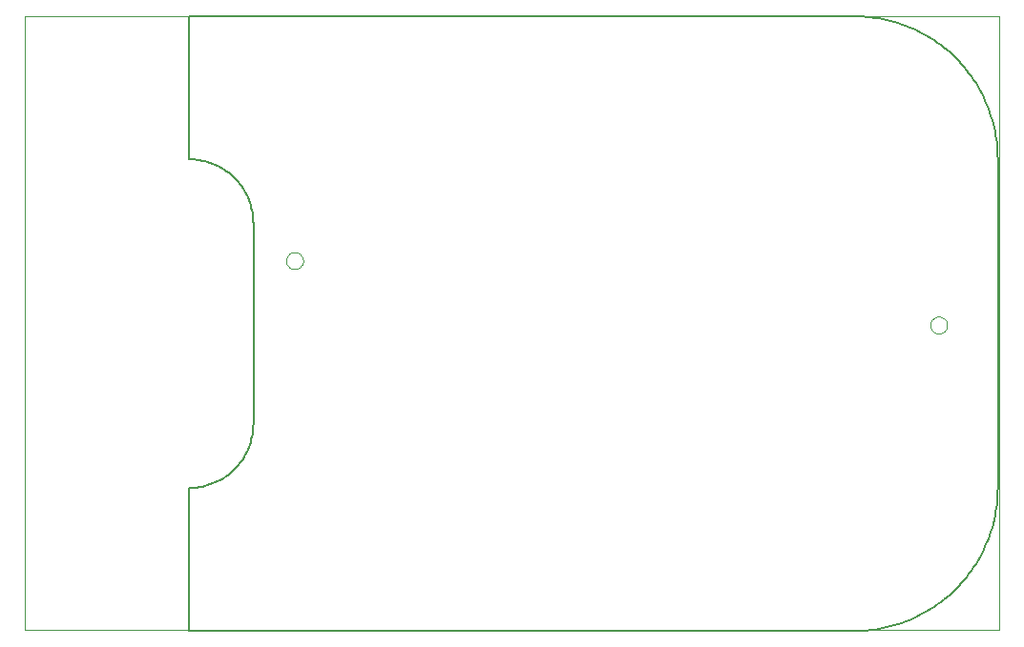
<source format=gm1>
G75*
%MOIN*%
%OFA0B0*%
%FSLAX24Y24*%
%IPPOS*%
%LPD*%
%AMOC8*
5,1,8,0,0,1.08239X$1,22.5*
%
%ADD10C,0.0000*%
%ADD11C,0.0050*%
D10*
X002503Y002897D02*
X002503Y024353D01*
X036558Y024353D01*
X036558Y002897D01*
X002503Y002897D01*
X011647Y015806D02*
X011649Y015840D01*
X011655Y015874D01*
X011665Y015907D01*
X011678Y015938D01*
X011696Y015968D01*
X011716Y015996D01*
X011740Y016021D01*
X011766Y016043D01*
X011794Y016061D01*
X011825Y016077D01*
X011857Y016089D01*
X011891Y016097D01*
X011925Y016101D01*
X011959Y016101D01*
X011993Y016097D01*
X012027Y016089D01*
X012059Y016077D01*
X012089Y016061D01*
X012118Y016043D01*
X012144Y016021D01*
X012168Y015996D01*
X012188Y015968D01*
X012206Y015938D01*
X012219Y015907D01*
X012229Y015874D01*
X012235Y015840D01*
X012237Y015806D01*
X012235Y015772D01*
X012229Y015738D01*
X012219Y015705D01*
X012206Y015674D01*
X012188Y015644D01*
X012168Y015616D01*
X012144Y015591D01*
X012118Y015569D01*
X012090Y015551D01*
X012059Y015535D01*
X012027Y015523D01*
X011993Y015515D01*
X011959Y015511D01*
X011925Y015511D01*
X011891Y015515D01*
X011857Y015523D01*
X011825Y015535D01*
X011794Y015551D01*
X011766Y015569D01*
X011740Y015591D01*
X011716Y015616D01*
X011696Y015644D01*
X011678Y015674D01*
X011665Y015705D01*
X011655Y015738D01*
X011649Y015772D01*
X011647Y015806D01*
X034143Y013554D02*
X034145Y013588D01*
X034151Y013622D01*
X034161Y013655D01*
X034174Y013686D01*
X034192Y013716D01*
X034212Y013744D01*
X034236Y013769D01*
X034262Y013791D01*
X034290Y013809D01*
X034321Y013825D01*
X034353Y013837D01*
X034387Y013845D01*
X034421Y013849D01*
X034455Y013849D01*
X034489Y013845D01*
X034523Y013837D01*
X034555Y013825D01*
X034585Y013809D01*
X034614Y013791D01*
X034640Y013769D01*
X034664Y013744D01*
X034684Y013716D01*
X034702Y013686D01*
X034715Y013655D01*
X034725Y013622D01*
X034731Y013588D01*
X034733Y013554D01*
X034731Y013520D01*
X034725Y013486D01*
X034715Y013453D01*
X034702Y013422D01*
X034684Y013392D01*
X034664Y013364D01*
X034640Y013339D01*
X034614Y013317D01*
X034586Y013299D01*
X034555Y013283D01*
X034523Y013271D01*
X034489Y013263D01*
X034455Y013259D01*
X034421Y013259D01*
X034387Y013263D01*
X034353Y013271D01*
X034321Y013283D01*
X034290Y013299D01*
X034262Y013317D01*
X034236Y013339D01*
X034212Y013364D01*
X034192Y013392D01*
X034174Y013422D01*
X034161Y013453D01*
X034151Y013486D01*
X034145Y013520D01*
X034143Y013554D01*
D11*
X036503Y007857D02*
X036503Y019357D01*
X036501Y019497D01*
X036495Y019637D01*
X036485Y019777D01*
X036472Y019917D01*
X036454Y020056D01*
X036432Y020195D01*
X036407Y020332D01*
X036378Y020470D01*
X036345Y020606D01*
X036308Y020741D01*
X036267Y020875D01*
X036222Y021008D01*
X036174Y021140D01*
X036122Y021270D01*
X036067Y021399D01*
X036008Y021526D01*
X035945Y021652D01*
X035879Y021776D01*
X035810Y021897D01*
X035737Y022017D01*
X035660Y022135D01*
X035581Y022250D01*
X035498Y022364D01*
X035412Y022474D01*
X035323Y022583D01*
X035231Y022689D01*
X035136Y022792D01*
X035039Y022893D01*
X034938Y022990D01*
X034835Y023085D01*
X034729Y023177D01*
X034620Y023266D01*
X034510Y023352D01*
X034396Y023435D01*
X034281Y023514D01*
X034163Y023591D01*
X034043Y023664D01*
X033922Y023733D01*
X033798Y023799D01*
X033672Y023862D01*
X033545Y023921D01*
X033416Y023976D01*
X033286Y024028D01*
X033154Y024076D01*
X033021Y024121D01*
X032887Y024162D01*
X032752Y024199D01*
X032616Y024232D01*
X032478Y024261D01*
X032341Y024286D01*
X032202Y024308D01*
X032063Y024326D01*
X031923Y024339D01*
X031783Y024349D01*
X031643Y024355D01*
X031503Y024357D01*
X008253Y024357D01*
X008253Y019357D01*
X008346Y019355D01*
X008439Y019349D01*
X008531Y019340D01*
X008623Y019326D01*
X008715Y019309D01*
X008805Y019288D01*
X008895Y019263D01*
X008984Y019235D01*
X009071Y019203D01*
X009157Y019167D01*
X009241Y019128D01*
X009324Y019086D01*
X009405Y019040D01*
X009484Y018991D01*
X009560Y018938D01*
X009635Y018883D01*
X009707Y018824D01*
X009777Y018762D01*
X009844Y018698D01*
X009908Y018631D01*
X009970Y018561D01*
X010029Y018489D01*
X010084Y018414D01*
X010137Y018338D01*
X010186Y018259D01*
X010232Y018178D01*
X010274Y018095D01*
X010313Y018011D01*
X010349Y017925D01*
X010381Y017838D01*
X010409Y017749D01*
X010434Y017659D01*
X010455Y017569D01*
X010472Y017477D01*
X010486Y017385D01*
X010495Y017293D01*
X010501Y017200D01*
X010503Y017107D01*
X010503Y010107D01*
X010501Y010014D01*
X010495Y009921D01*
X010486Y009829D01*
X010472Y009737D01*
X010455Y009645D01*
X010434Y009555D01*
X010409Y009465D01*
X010381Y009376D01*
X010349Y009289D01*
X010313Y009203D01*
X010274Y009119D01*
X010232Y009036D01*
X010186Y008955D01*
X010137Y008876D01*
X010084Y008800D01*
X010029Y008725D01*
X009970Y008653D01*
X009908Y008583D01*
X009844Y008516D01*
X009777Y008452D01*
X009707Y008390D01*
X009635Y008331D01*
X009560Y008276D01*
X009484Y008223D01*
X009405Y008174D01*
X009324Y008128D01*
X009241Y008086D01*
X009157Y008047D01*
X009071Y008011D01*
X008984Y007979D01*
X008895Y007951D01*
X008805Y007926D01*
X008715Y007905D01*
X008623Y007888D01*
X008531Y007874D01*
X008439Y007865D01*
X008346Y007859D01*
X008253Y007857D01*
X008253Y002857D01*
X031503Y002857D01*
X031643Y002859D01*
X031783Y002865D01*
X031923Y002875D01*
X032063Y002888D01*
X032202Y002906D01*
X032341Y002928D01*
X032478Y002953D01*
X032616Y002982D01*
X032752Y003015D01*
X032887Y003052D01*
X033021Y003093D01*
X033154Y003138D01*
X033286Y003186D01*
X033416Y003238D01*
X033545Y003293D01*
X033672Y003352D01*
X033798Y003415D01*
X033922Y003481D01*
X034043Y003550D01*
X034163Y003623D01*
X034281Y003700D01*
X034396Y003779D01*
X034510Y003862D01*
X034620Y003948D01*
X034729Y004037D01*
X034835Y004129D01*
X034938Y004224D01*
X035039Y004321D01*
X035136Y004422D01*
X035231Y004525D01*
X035323Y004631D01*
X035412Y004740D01*
X035498Y004850D01*
X035581Y004964D01*
X035660Y005079D01*
X035737Y005197D01*
X035810Y005317D01*
X035879Y005438D01*
X035945Y005562D01*
X036008Y005688D01*
X036067Y005815D01*
X036122Y005944D01*
X036174Y006074D01*
X036222Y006206D01*
X036267Y006339D01*
X036308Y006473D01*
X036345Y006608D01*
X036378Y006744D01*
X036407Y006882D01*
X036432Y007019D01*
X036454Y007158D01*
X036472Y007297D01*
X036485Y007437D01*
X036495Y007577D01*
X036501Y007717D01*
X036503Y007857D01*
M02*

</source>
